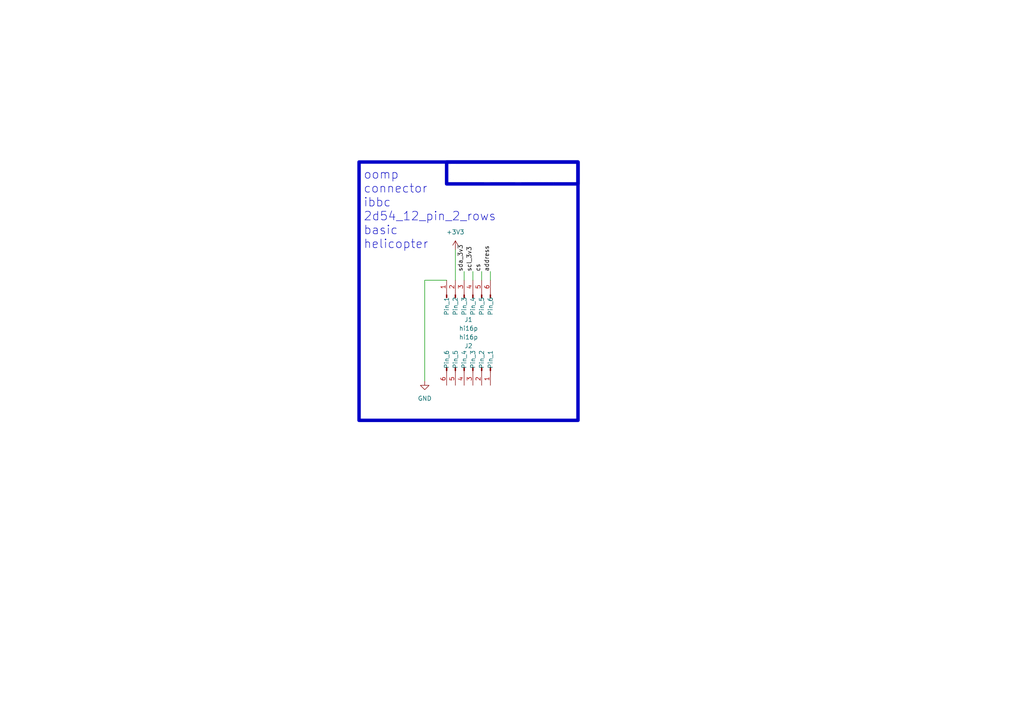
<source format=kicad_sch>
(kicad_sch (version 20230121) (generator eeschema)
  (paper "A4")
  (lib_symbols
    (symbol "oomlout_oomp_part_symbols:hi16p_electronic_header_2d54_mm_6_pin" (pin_names (offset 1.016))
      (property "Reference" "J" (at 0 7.62 0))
      (property "Value" "hi16p_electronic_header_2d54_mm_6_pin" (at 0 -10.16 0))
      (symbol "hi16p_electronic_header_2d54_mm_6_pin_1_1"
        (polyline (pts (xy 1.27 -7.62) (xy 0.8636 -7.62)) (stroke (width 0.1524)))
        (polyline (pts (xy 1.27 -5.08) (xy 0.8636 -5.08)) (stroke (width 0.1524)))
        (polyline (pts (xy 1.27 -2.54) (xy 0.8636 -2.54)) (stroke (width 0.1524)))
        (polyline (pts (xy 1.27 0) (xy 0.8636 0)) (stroke (width 0.1524)))
        (polyline (pts (xy 1.27 2.54) (xy 0.8636 2.54)) (stroke (width 0.1524)))
        (polyline (pts (xy 1.27 5.08) (xy 0.8636 5.08)) (stroke (width 0.1524)))
        (rectangle (start 0.8636 -7.493) (end 0 -7.747) (stroke (width 0.1524)) (fill (type outline)))
        (rectangle (start 0.8636 -4.953) (end 0 -5.207) (stroke (width 0.1524)) (fill (type outline)))
        (rectangle (start 0.8636 -2.413) (end 0 -2.667) (stroke (width 0.1524)) (fill (type outline)))
        (rectangle (start 0.8636 0.127) (end 0 -0.127) (stroke (width 0.1524)) (fill (type outline)))
        (rectangle (start 0.8636 2.667) (end 0 2.413) (stroke (width 0.1524)) (fill (type outline)))
        (rectangle (start 0.8636 5.207) (end 0 4.953) (stroke (width 0.1524)) (fill (type outline)))
        (pin passive line (at 5.08 5.08 180) (length 3.81) (name "Pin_1") (number "1"))
        (pin passive line (at 5.08 2.54 180) (length 3.81) (name "Pin_2") (number "2"))
        (pin passive line (at 5.08 0 180) (length 3.81) (name "Pin_3") (number "3"))
        (pin passive line (at 5.08 -2.54 180) (length 3.81) (name "Pin_4") (number "4"))
        (pin passive line (at 5.08 -5.08 180) (length 3.81) (name "Pin_5") (number "5"))
        (pin passive line (at 5.08 -7.62 180) (length 3.81) (name "Pin_6") (number "6"))
      )
    )
    (symbol "power:+3V3" (power) (pin_names (offset 0))
      (property "Value" "+3V3" (at 0 3.556 0))
      (symbol "+3V3_0_1"
        (polyline (pts (xy -0.762 1.27) (xy 0 2.54)))
        (polyline (pts (xy 0 0) (xy 0 2.54)))
        (polyline (pts (xy 0 2.54) (xy 0.762 1.27)))
      )
      (symbol "+3V3_1_1"
        (pin power_in line (at 0 0 90) (length 0) hide (name "+3V3") (number "1"))
      )
    )
    (symbol "power:GND" (power) (pin_names (offset 0))
      (property "Value" "GND" (at 0 -3.81 0))
      (symbol "GND_0_1"
        (polyline (pts (xy 0 0) (xy 0 -1.27) (xy 1.27 -1.27) (xy 0 -2.54) (xy -1.27 -1.27) (xy 0 -1.27)))
      )
      (symbol "GND_1_1"
        (pin power_in line (at 0 0 270) (length 0) hide (name "GND") (number "1"))
      )
    )
  )
  (wire (pts (xy 137.16 78.74) (xy 137.16 81.28)))
  (wire (pts (xy 123.19 81.28) (xy 123.19 110.49)))
  (wire (pts (xy 134.62 78.74) (xy 134.62 81.28)))
  (wire (pts (xy 132.08 72.39) (xy 132.08 81.28)))
  (wire (pts (xy 142.24 78.74) (xy 142.24 81.28)))
  (wire (pts (xy 129.54 81.28) (xy 123.19 81.28)))
  (wire (pts (xy 139.7 78.74) (xy 139.7 81.28)))
  (rectangle (start 104.14 46.99) (end 167.64 121.92) (stroke (width 1)))
  (rectangle (start 129.54 46.99) (end 167.64 53.34) (stroke (width 1)) (fill (type color)))
  (text "ibbc_2d54_helicopter\n	" (at 166.37 55.88 0) (effects (font (size 2 2) (thickness 0.8) bold) (justify right bottom)))
  (text "name" (at 132.08 53.34 90) (effects (font (size 1.27 1.27) (thickness 0.254) bold) (justify left bottom)))
  (text "oomp\nconnector\nibbc\n2d54_12_pin_2_rows\nbasic\nhelicopter" (at 105.41 72.39 0) (effects (font (size 2.5 2.5)) (justify left bottom)))
  (label "address" (at 142.24 78.74 90))
  (label "cs" (at 139.7 78.74 90))
  (label "scl_3v3" (at 137.16 78.74 90))
  (label "sda_3v3" (at 134.62 78.74 90))
  (symbol (lib_id "oomlout_oomp_part_symbols:hi16p_electronic_header_2d54_mm_6_pin") (at 134.62 86.36 90) (unit 1)
    (property "Reference" "J1" (at 135.89 92.71 90))
    (property "Value" "hi16p" (at 135.89 95.25 90))
    (property "Footprint" "oomlout_oomp_part_footprints:hi16p_electronic_header_2d54_mm_6_pin" (effects hide))
    (property "Datasheet" "https://github.com/oomlout/oomlout_oomp_v3/parts/electronic_header_2d54_mm_6_pin/datasheet.pdf" (effects hide))
  )
  (symbol (lib_id "power:GND") (at 123.19 110.49 0) (unit 1)
    (property "Reference" "#PWR05" (effects hide))
    (property "Value" "GND" (at 123.19 115.57 0))
  )
  (symbol (lib_id "power:+3V3") (at 132.08 72.39 0) (unit 1)
    (property "Reference" "#PWR06" (effects hide))
    (property "Value" "+3V3" (at 132.08 67.31 0))
  )
  (symbol (lib_id "oomlout_oomp_part_symbols:hi16p_electronic_header_2d54_mm_6_pin") (at 137.16 106.68 270) (unit 1)
    (property "Reference" "J2" (at 135.89 100.33 90))
    (property "Value" "hi16p" (at 135.89 97.79 90))
    (property "Footprint" "oomlout_oomp_part_footprints:hi16p_electronic_header_2d54_mm_6_pin" (effects hide))
    (property "Datasheet" "https://github.com/oomlout/oomlout_oomp_v3/parts/electronic_header_2d54_mm_6_pin/datasheet.pdf" (effects hide))
  )
)
</source>
